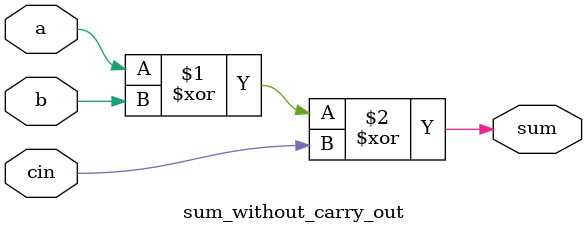
<source format=v>
`timescale 1ns / 1ps

module adder(//half adder with sum(s) and carry(c)
    input a,
    input b,
    output s,
    output c
    );
    xor x1(s,a,b);
    and a1(c,a,b);
endmodule 

module fulladder(//full adder with carryin(cin), carryout(cout) and sum(s)
input a,b,cin,
output sum,cout
    );
    wire hsum,hc1,hc2;
    adder p1(a,b,hsum,hc1);
    adder q1(hsum,cin,sum,hc2);
    or o(cout,hc1,hc2);
endmodule

module adder_4bit(output[3:0] out,input[3:0] a,b);
    wire carries[2:0];
    fulladder f1(a[0],b[0],1'b0,out[0],carries[0]);
    fulladder f2(a[1],b[1],carries[0],out[1],carries[1]);
    fulladder f3(a[2],b[2],carries[1],out[2],carries[2]);
    fulladder f4(a[3],b[3],carries[2],out[3],out[4]);
    
endmodule

module adder_10bit(output[9:0] out,input[9:0]a,b);
    wire carries[9:0];
    fulladder f1(a[0],b[0],1'b0,out[0],carries[0]);
    fulladder f2(a[1],b[1],carries[0],out[1],carries[1]);
    fulladder f3(a[2],b[2],carries[1],out[2],carries[2]);
    fulladder f4(a[3],b[3],carries[2],out[3],carries[3]);
    fulladder f5(a[4],b[4],carries[3],out[4],carries[4]);
    fulladder f6(a[5],b[5],carries[4],out[5],carries[5]);
    fulladder f7(a[6],b[6],carries[5],out[6],carries[6]);
    fulladder f8(a[7],b[7],carries[6],out[7],carries[7]);
    fulladder f9(a[8],b[8],carries[7],out[8],carries[8]);
    sum_without_carry_out f10(out[9],a[9],b[9],carries[8]);
    
    

endmodule
module sum_without_carry_out(output sum,input a,b,cin);
    xor(sum,a,b,cin);
endmodule


</source>
